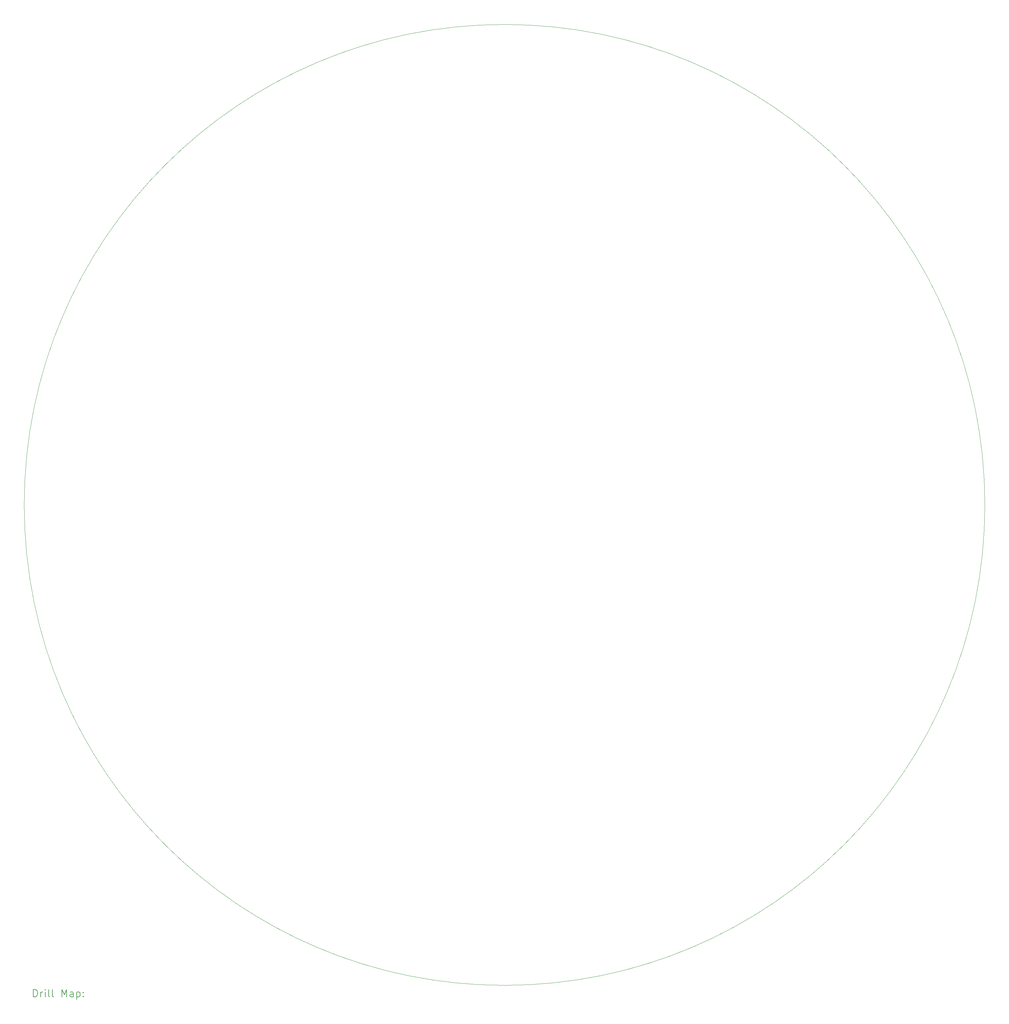
<source format=gbr>
%FSLAX45Y45*%
G04 Gerber Fmt 4.5, Leading zero omitted, Abs format (unit mm)*
G04 Created by KiCad (PCBNEW (6.0.4)) date 2022-09-10 17:39:35*
%MOMM*%
%LPD*%
G01*
G04 APERTURE LIST*
%TA.AperFunction,Profile*%
%ADD10C,0.100000*%
%TD*%
%ADD11C,0.200000*%
G04 APERTURE END LIST*
D10*
X25990000Y-12640000D02*
G75*
G03*
X25990000Y-12640000I-13200000J0D01*
G01*
D11*
X-157381Y-26155476D02*
X-157381Y-25955476D01*
X-109762Y-25955476D01*
X-81190Y-25965000D01*
X-62143Y-25984048D01*
X-52619Y-26003095D01*
X-43095Y-26041190D01*
X-43095Y-26069762D01*
X-52619Y-26107857D01*
X-62143Y-26126905D01*
X-81190Y-26145952D01*
X-109762Y-26155476D01*
X-157381Y-26155476D01*
X42619Y-26155476D02*
X42619Y-26022143D01*
X42619Y-26060238D02*
X52143Y-26041190D01*
X61667Y-26031667D01*
X80714Y-26022143D01*
X99762Y-26022143D01*
X166429Y-26155476D02*
X166429Y-26022143D01*
X166429Y-25955476D02*
X156905Y-25965000D01*
X166429Y-25974524D01*
X175952Y-25965000D01*
X166429Y-25955476D01*
X166429Y-25974524D01*
X290238Y-26155476D02*
X271190Y-26145952D01*
X261667Y-26126905D01*
X261667Y-25955476D01*
X395000Y-26155476D02*
X375952Y-26145952D01*
X366428Y-26126905D01*
X366428Y-25955476D01*
X623571Y-26155476D02*
X623571Y-25955476D01*
X690238Y-26098333D01*
X756905Y-25955476D01*
X756905Y-26155476D01*
X937857Y-26155476D02*
X937857Y-26050714D01*
X928333Y-26031667D01*
X909286Y-26022143D01*
X871190Y-26022143D01*
X852143Y-26031667D01*
X937857Y-26145952D02*
X918809Y-26155476D01*
X871190Y-26155476D01*
X852143Y-26145952D01*
X842619Y-26126905D01*
X842619Y-26107857D01*
X852143Y-26088809D01*
X871190Y-26079286D01*
X918809Y-26079286D01*
X937857Y-26069762D01*
X1033095Y-26022143D02*
X1033095Y-26222143D01*
X1033095Y-26031667D02*
X1052143Y-26022143D01*
X1090238Y-26022143D01*
X1109286Y-26031667D01*
X1118810Y-26041190D01*
X1128333Y-26060238D01*
X1128333Y-26117381D01*
X1118810Y-26136428D01*
X1109286Y-26145952D01*
X1090238Y-26155476D01*
X1052143Y-26155476D01*
X1033095Y-26145952D01*
X1214048Y-26136428D02*
X1223571Y-26145952D01*
X1214048Y-26155476D01*
X1204524Y-26145952D01*
X1214048Y-26136428D01*
X1214048Y-26155476D01*
X1214048Y-26031667D02*
X1223571Y-26041190D01*
X1214048Y-26050714D01*
X1204524Y-26041190D01*
X1214048Y-26031667D01*
X1214048Y-26050714D01*
M02*

</source>
